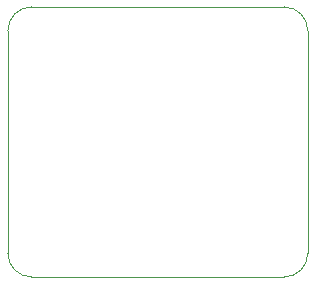
<source format=gbr>
%TF.GenerationSoftware,KiCad,Pcbnew,9.0.2*%
%TF.CreationDate,2025-06-17T22:54:35-04:00*%
%TF.ProjectId,SCH16TBreakout,53434831-3654-4427-9265-616b6f75742e,rev?*%
%TF.SameCoordinates,Original*%
%TF.FileFunction,Profile,NP*%
%FSLAX46Y46*%
G04 Gerber Fmt 4.6, Leading zero omitted, Abs format (unit mm)*
G04 Created by KiCad (PCBNEW 9.0.2) date 2025-06-17 22:54:35*
%MOMM*%
%LPD*%
G01*
G04 APERTURE LIST*
%TA.AperFunction,Profile*%
%ADD10C,0.050000*%
%TD*%
G04 APERTURE END LIST*
D10*
X22860000Y-50260000D02*
G75*
G02*
X24860000Y-48260000I2000000J0D01*
G01*
X46260000Y-71120000D02*
X24860000Y-71120000D01*
X24860000Y-48260000D02*
X46260000Y-48260000D01*
X22860000Y-69120000D02*
X22860000Y-50260000D01*
X48260000Y-50260000D02*
X48260000Y-69120000D01*
X24860000Y-71120000D02*
G75*
G02*
X22860000Y-69120000I0J2000000D01*
G01*
X48260000Y-69120000D02*
G75*
G02*
X46260000Y-71120000I-2000000J0D01*
G01*
X46260000Y-48260000D02*
G75*
G02*
X48260000Y-50260000I0J-2000000D01*
G01*
M02*

</source>
